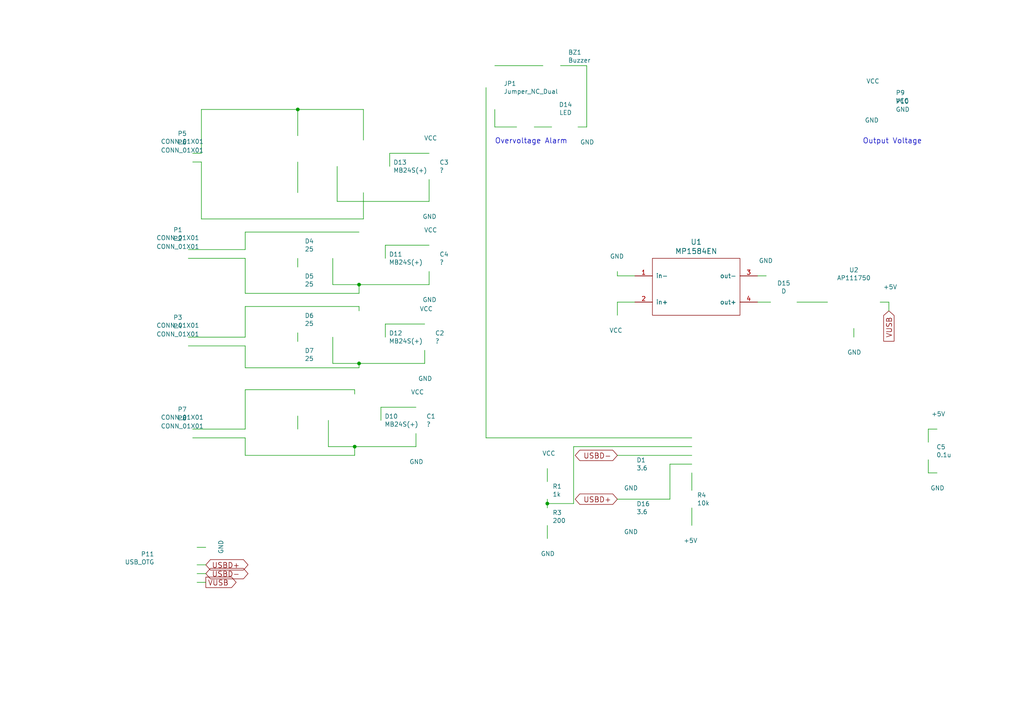
<source format=kicad_sch>
(kicad_sch (version 20230121) (generator eeschema)
  (paper "A4")
  (lib_symbols
    (symbol "mp1584en:MP1584EN" (pin_names (offset 1.016))
      (property "Reference" "U" (at 0 10.16 0))
      (property "Value" "MP1584EN" (at 0 -10.16 0))
      (symbol "MP1584EN_0_1"
        (rectangle (start -12.7 8.89) (end 12.7 -7.62))
      )
      (symbol "MP1584EN_1_1"
        (pin power_in line (at -17.78 3.81 0) (length 5.08) (name "in-") (number "1"))
        (pin power_in line (at -17.78 -3.81 0) (length 5.08) (name "in+") (number "2"))
        (pin power_out line (at 17.78 3.81 180) (length 5.08) (name "out-") (number "3"))
        (pin power_out line (at 17.78 -3.81 180) (length 5.08) (name "out+") (number "4"))
      )
    )
  )
  (junction (at 104.14 105.41))
  (junction (at 86.36 31.75))
  (junction (at 104.14 82.55))
  (junction (at 158.75 146.05))
  (junction (at 102.87 129.54))
  (wire (pts (xy 71.12 85.09) (xy 104.14 85.09)))
  (wire (pts (xy 179.07 132.08) (xy 200.66 132.08)))
  (wire (pts (xy 104.14 105.41) (xy 123.19 105.41)))
  (wire (pts (xy 71.12 72.39) (xy 71.12 67.31)))
  (wire (pts (xy 158.75 135.89) (xy 158.75 139.7)))
  (wire (pts (xy 71.12 88.9) (xy 104.14 88.9)))
  (wire (pts (xy 111.76 71.12) (xy 111.76 74.93)))
  (wire (pts (xy 54.61 74.93) (xy 71.12 74.93)))
  (wire (pts (xy 269.24 124.46) (xy 271.78 124.46)))
  (wire (pts (xy 271.78 137.16) (xy 269.24 137.16)))
  (wire (pts (xy 104.14 88.9) (xy 104.14 90.17)))
  (wire (pts (xy 57.15 158.75) (xy 59.69 158.75)))
  (wire (pts (xy 57.15 163.83) (xy 59.69 163.83)))
  (wire (pts (xy 86.36 77.47) (xy 86.36 74.93)))
  (wire (pts (xy 104.14 82.55) (xy 124.46 82.55)))
  (wire (pts (xy 95.25 121.92) (xy 95.25 129.54)))
  (wire (pts (xy 58.42 31.75) (xy 58.42 44.45)))
  (wire (pts (xy 143.51 19.05) (xy 157.48 19.05)))
  (wire (pts (xy 54.61 97.79) (xy 71.12 97.79)))
  (wire (pts (xy 96.52 97.79) (xy 96.52 105.41)))
  (wire (pts (xy 170.18 19.05) (xy 170.18 36.83)))
  (wire (pts (xy 111.76 97.79) (xy 111.76 93.98)))
  (wire (pts (xy 154.94 36.83) (xy 160.02 36.83)))
  (wire (pts (xy 102.87 129.54) (xy 120.65 129.54)))
  (wire (pts (xy 57.15 168.91) (xy 59.69 168.91)))
  (wire (pts (xy 58.42 31.75) (xy 86.36 31.75)))
  (wire (pts (xy 179.07 80.01) (xy 179.07 78.74)))
  (wire (pts (xy 247.65 95.25) (xy 247.65 97.79)))
  (wire (pts (xy 158.75 146.05) (xy 158.75 147.32)))
  (wire (pts (xy 269.24 137.16) (xy 269.24 133.35)))
  (wire (pts (xy 166.37 146.05) (xy 166.37 129.54)))
  (wire (pts (xy 71.12 113.03) (xy 102.87 113.03)))
  (wire (pts (xy 102.87 132.08) (xy 102.87 129.54)))
  (wire (pts (xy 105.41 31.75) (xy 105.41 40.64)))
  (wire (pts (xy 200.66 152.4) (xy 200.66 147.32)))
  (wire (pts (xy 71.12 106.68) (xy 104.14 106.68)))
  (wire (pts (xy 55.88 124.46) (xy 71.12 124.46)))
  (wire (pts (xy 113.03 44.45) (xy 124.46 44.45)))
  (wire (pts (xy 71.12 124.46) (xy 71.12 113.03)))
  (wire (pts (xy 104.14 85.09) (xy 104.14 82.55)))
  (wire (pts (xy 58.42 44.45) (xy 55.88 44.45)))
  (wire (pts (xy 97.79 58.42) (xy 124.46 58.42)))
  (wire (pts (xy 58.42 46.99) (xy 58.42 63.5)))
  (wire (pts (xy 143.51 36.83) (xy 149.86 36.83)))
  (wire (pts (xy 222.25 80.01) (xy 219.71 80.01)))
  (wire (pts (xy 158.75 152.4) (xy 158.75 156.21)))
  (wire (pts (xy 105.41 63.5) (xy 105.41 55.88)))
  (wire (pts (xy 55.88 127) (xy 71.12 127)))
  (wire (pts (xy 86.36 55.88) (xy 86.36 46.99)))
  (wire (pts (xy 219.71 87.63) (xy 223.52 87.63)))
  (wire (pts (xy 184.15 87.63) (xy 179.07 87.63)))
  (wire (pts (xy 110.49 118.11) (xy 120.65 118.11)))
  (wire (pts (xy 231.14 87.63) (xy 240.03 87.63)))
  (wire (pts (xy 86.36 99.06) (xy 86.36 96.52)))
  (wire (pts (xy 102.87 113.03) (xy 102.87 114.3)))
  (wire (pts (xy 110.49 121.92) (xy 110.49 118.11)))
  (wire (pts (xy 143.51 31.75) (xy 143.51 36.83)))
  (wire (pts (xy 269.24 128.27) (xy 269.24 124.46)))
  (wire (pts (xy 86.36 31.75) (xy 105.41 31.75)))
  (wire (pts (xy 179.07 80.01) (xy 184.15 80.01)))
  (wire (pts (xy 158.75 144.78) (xy 158.75 146.05)))
  (wire (pts (xy 71.12 100.33) (xy 71.12 106.68)))
  (wire (pts (xy 97.79 58.42) (xy 97.79 48.26)))
  (wire (pts (xy 111.76 71.12) (xy 124.46 71.12)))
  (wire (pts (xy 166.37 129.54) (xy 200.66 129.54)))
  (wire (pts (xy 255.27 87.63) (xy 257.81 87.63)))
  (wire (pts (xy 54.61 72.39) (xy 71.12 72.39)))
  (wire (pts (xy 95.25 129.54) (xy 102.87 129.54)))
  (wire (pts (xy 179.07 144.78) (xy 194.31 144.78)))
  (wire (pts (xy 104.14 106.68) (xy 104.14 105.41)))
  (wire (pts (xy 124.46 82.55) (xy 124.46 78.74)))
  (wire (pts (xy 96.52 105.41) (xy 104.14 105.41)))
  (wire (pts (xy 58.42 63.5) (xy 105.41 63.5)))
  (wire (pts (xy 71.12 97.79) (xy 71.12 88.9)))
  (wire (pts (xy 86.36 124.46) (xy 86.36 120.65)))
  (wire (pts (xy 140.97 25.4) (xy 140.97 127)))
  (wire (pts (xy 111.76 93.98) (xy 123.19 93.98)))
  (wire (pts (xy 124.46 58.42) (xy 124.46 52.07)))
  (wire (pts (xy 179.07 87.63) (xy 179.07 91.44)))
  (wire (pts (xy 162.56 19.05) (xy 170.18 19.05)))
  (wire (pts (xy 71.12 132.08) (xy 102.87 132.08)))
  (wire (pts (xy 120.65 129.54) (xy 120.65 125.73)))
  (wire (pts (xy 200.66 142.24) (xy 200.66 137.16)))
  (wire (pts (xy 167.64 36.83) (xy 170.18 36.83)))
  (wire (pts (xy 257.81 87.63) (xy 257.81 90.17)))
  (wire (pts (xy 113.03 48.26) (xy 113.03 44.45)))
  (wire (pts (xy 86.36 31.75) (xy 86.36 39.37)))
  (wire (pts (xy 54.61 100.33) (xy 71.12 100.33)))
  (wire (pts (xy 194.31 144.78) (xy 194.31 134.62)))
  (wire (pts (xy 123.19 105.41) (xy 123.19 101.6)))
  (wire (pts (xy 59.69 166.37) (xy 57.15 166.37)))
  (wire (pts (xy 140.97 127) (xy 200.66 127)))
  (wire (pts (xy 158.75 146.05) (xy 166.37 146.05)))
  (wire (pts (xy 71.12 74.93) (xy 71.12 85.09)))
  (wire (pts (xy 71.12 67.31) (xy 104.14 67.31)))
  (wire (pts (xy 96.52 74.93) (xy 96.52 82.55)))
  (wire (pts (xy 55.88 46.99) (xy 58.42 46.99)))
  (wire (pts (xy 194.31 134.62) (xy 200.66 134.62)))
  (wire (pts (xy 71.12 127) (xy 71.12 132.08)))
  (wire (pts (xy 96.52 82.55) (xy 104.14 82.55)))
  (text "Output Voltage" (at 250.19 41.91 0) (effects (font (size 1.524 1.524)) (justify left bottom)))
  (text "Overvoltage Alarm" (at 143.51 41.91 0) (effects (font (size 1.524 1.524)) (justify left bottom)))
  (global_label "USBD-" (shape bidirectional) (at 59.69 166.37 0) (effects (font (size 1.524 1.524))) (property "Intersheetrefs" "${INTERSHEET_REFS}" (effects hide)))
  (global_label "USBD-" (shape bidirectional) (at 179.07 132.08 180) (effects (font (size 1.524 1.524))) (property "Intersheetrefs" "${INTERSHEET_REFS}" (effects hide)))
  (global_label "VUSB" (shape output) (at 59.69 168.91 0) (effects (font (size 1.524 1.524))) (property "Intersheetrefs" "${INTERSHEET_REFS}" (effects hide)))
  (global_label "USBD+" (shape bidirectional) (at 179.07 144.78 180) (effects (font (size 1.524 1.524))) (property "Intersheetrefs" "${INTERSHEET_REFS}" (effects hide)))
  (global_label "USBD+" (shape bidirectional) (at 59.69 163.83 0) (effects (font (size 1.524 1.524))) (property "Intersheetrefs" "${INTERSHEET_REFS}" (effects hide)))
  (global_label "VUSB" (shape input) (at 257.81 90.17 270) (effects (font (size 1.524 1.524))) (property "Intersheetrefs" "${INTERSHEET_REFS}" (effects hide)))
  (symbol (lib_id "D_Zener") (at 86.36 59.69 90) (unit 1)
    (property "Reference" "D3" (at 88.3666 58.5216 90) (effects (justify right)))
    (property "Value" "25" (at 88.3666 60.833 90) (effects (justify right)))
    (property "Footprint" "qbmr:DO204AL_500" (effects hide))
  )
  (symbol (lib_id "D_Zener") (at 86.36 43.18 270) (unit 1)
    (property "Reference" "D2" (at 88.3666 42.0116 90) (effects (justify left)))
    (property "Value" "25" (at 88.3666 44.323 90) (effects (justify left)))
    (property "Footprint" "qbmr:DO204AL_500" (effects hide))
  )
  (symbol (lib_id "D_Bridge_+-AA") (at 105.41 48.26 0) (unit 1)
    (property "Reference" "D13" (at 114.0714 47.0916 0) (effects (justify left)))
    (property "Value" "MB24S(+)" (at 114.0714 49.403 0) (effects (justify left)))
    (property "Footprint" "cbrues/kicad-lib2/footprints/sm-ics.pretty:SM-TO-269AA" (effects hide))
  )
  (symbol (lib_id "CP") (at 124.46 48.26 0) (unit 1)
    (property "Reference" "C3" (at 127.4572 47.0916 0) (effects (justify left)))
    (property "Value" "?" (at 127.4572 49.403 0) (effects (justify left)))
    (property "Footprint" "cbrues/kicad-lib2/footprints/capacitors.pretty:SMD_PANASONIC_D" (effects hide))
  )
  (symbol (lib_id "D_Zener") (at 86.36 71.12 270) (unit 1)
    (property "Reference" "D4" (at 88.3666 69.9516 90) (effects (justify left)))
    (property "Value" "25" (at 88.3666 72.263 90) (effects (justify left)))
    (property "Footprint" "qbmr:DO204AL_500" (effects hide))
  )
  (symbol (lib_id "D_Zener") (at 86.36 81.28 90) (unit 1)
    (property "Reference" "D5" (at 88.3666 80.1116 90) (effects (justify right)))
    (property "Value" "25" (at 88.3666 82.423 90) (effects (justify right)))
    (property "Footprint" "qbmr:DO204AL_500" (effects hide))
  )
  (symbol (lib_id "D_Bridge_+-AA") (at 104.14 74.93 0) (unit 1)
    (property "Reference" "D11" (at 112.8014 73.7616 0) (effects (justify left)))
    (property "Value" "MB24S(+)" (at 112.8014 76.073 0) (effects (justify left)))
    (property "Footprint" "cbrues/kicad-lib2/footprints/sm-ics.pretty:SM-TO-269AA" (effects hide))
  )
  (symbol (lib_id "D_Bridge_+-AA") (at 104.14 97.79 0) (unit 1)
    (property "Reference" "D12" (at 112.8014 96.6216 0) (effects (justify left)))
    (property "Value" "MB24S(+)" (at 112.8014 98.933 0) (effects (justify left)))
    (property "Footprint" "cbrues/kicad-lib2/footprints/sm-ics.pretty:SM-TO-269AA" (effects hide))
  )
  (symbol (lib_id "CP") (at 124.46 74.93 0) (unit 1)
    (property "Reference" "C4" (at 127.4572 73.7616 0) (effects (justify left)))
    (property "Value" "?" (at 127.4572 76.073 0) (effects (justify left)))
    (property "Footprint" "cbrues/kicad-lib2/footprints/capacitors.pretty:SMD_PANASONIC_D" (effects hide))
  )
  (symbol (lib_id "D_Zener") (at 86.36 92.71 270) (unit 1)
    (property "Reference" "D6" (at 88.3666 91.5416 90) (effects (justify left)))
    (property "Value" "25" (at 88.3666 93.853 90) (effects (justify left)))
    (property "Footprint" "qbmr:DO204AL_500" (effects hide))
  )
  (symbol (lib_id "D_Zener") (at 86.36 102.87 90) (unit 1)
    (property "Reference" "D7" (at 88.3666 101.7016 90) (effects (justify right)))
    (property "Value" "25" (at 88.3666 104.013 90) (effects (justify right)))
    (property "Footprint" "qbmr:DO204AL_500" (effects hide))
  )
  (symbol (lib_id "CP") (at 123.19 97.79 0) (unit 1)
    (property "Reference" "C2" (at 126.1872 96.6216 0) (effects (justify left)))
    (property "Value" "?" (at 126.1872 98.933 0) (effects (justify left)))
    (property "Footprint" "cbrues/kicad-lib2/footprints/capacitors.pretty:SMD_PANASONIC_D" (effects hide))
  )
  (symbol (lib_id "D_Zener") (at 86.36 116.84 270) (unit 1)
    (property "Reference" "D8" (at 88.3666 115.6716 90) (effects (justify left)))
    (property "Value" "25" (at 88.3666 117.983 90) (effects (justify left)))
    (property "Footprint" "qbmr:DO204AL_500" (effects hide))
  )
  (symbol (lib_id "D_Zener") (at 86.36 128.27 90) (unit 1)
    (property "Reference" "D9" (at 88.3666 127.1016 90) (effects (justify right)))
    (property "Value" "25" (at 88.3666 129.413 90) (effects (justify right)))
    (property "Footprint" "qbmr:DO204AL_500" (effects hide))
  )
  (symbol (lib_id "D_Bridge_+-AA") (at 102.87 121.92 0) (unit 1)
    (property "Reference" "D10" (at 111.5314 120.7516 0) (effects (justify left)))
    (property "Value" "MB24S(+)" (at 111.5314 123.063 0) (effects (justify left)))
    (property "Footprint" "cbrues/kicad-lib2/footprints/sm-ics.pretty:SM-TO-269AA" (effects hide))
  )
  (symbol (lib_id "CP") (at 120.65 121.92 0) (unit 1)
    (property "Reference" "C1" (at 123.6472 120.7516 0) (effects (justify left)))
    (property "Value" "?" (at 123.6472 123.063 0) (effects (justify left)))
    (property "Footprint" "cbrues/kicad-lib2/footprints/capacitors.pretty:SMD_PANASONIC_D" (effects hide))
  )
  (symbol (lib_id "VCC") (at 124.46 44.45 0) (unit 1)
    (property "Reference" "#PWR01" (effects hide))
    (property "Value" "VCC" (at 124.8918 40.0558 0))
  )
  (symbol (lib_id "VCC") (at 124.46 71.12 0) (unit 1)
    (property "Reference" "#PWR02" (effects hide))
    (property "Value" "VCC" (at 124.8918 66.7258 0))
  )
  (symbol (lib_id "VCC") (at 123.19 93.98 0) (unit 1)
    (property "Reference" "#PWR03" (effects hide))
    (property "Value" "VCC" (at 123.6218 89.5858 0))
  )
  (symbol (lib_id "VCC") (at 120.65 118.11 0) (unit 1)
    (property "Reference" "#PWR04" (effects hide))
    (property "Value" "VCC" (at 121.0818 113.7158 0))
  )
  (symbol (lib_id "GND") (at 124.46 58.42 0) (unit 1)
    (property "Reference" "#PWR05" (effects hide))
    (property "Value" "GND" (at 124.587 62.8142 0))
  )
  (symbol (lib_id "GND") (at 124.46 82.55 0) (unit 1)
    (property "Reference" "#PWR06" (effects hide))
    (property "Value" "GND" (at 124.587 86.9442 0))
  )
  (symbol (lib_id "GND") (at 123.19 105.41 0) (unit 1)
    (property "Reference" "#PWR07" (effects hide))
    (property "Value" "GND" (at 123.317 109.8042 0))
  )
  (symbol (lib_id "GND") (at 120.65 129.54 0) (unit 1)
    (property "Reference" "#PWR08" (effects hide))
    (property "Value" "GND" (at 120.777 133.9342 0))
  )
  (symbol (lib_id "Buzzer") (at 160.02 16.51 90) (unit 1)
    (property "Reference" "BZ1" (at 164.7698 15.1892 90) (effects (justify right)))
    (property "Value" "Buzzer" (at 164.7698 17.5006 90) (effects (justify right)))
    (property "Footprint" "qbmr:12mm_buzzer" (effects hide))
  )
  (symbol (lib_id "VCC") (at 252.73 27.94 0) (unit 1)
    (property "Reference" "#PWR09" (effects hide))
    (property "Value" "VCC" (at 253.1618 23.5458 0))
  )
  (symbol (lib_id "GND") (at 252.73 30.48 0) (unit 1)
    (property "Reference" "#PWR010" (effects hide))
    (property "Value" "GND" (at 252.857 34.8742 0))
  )
  (symbol (lib_id "Jumper_NC_Dual") (at 143.51 25.4 270) (unit 1)
    (property "Reference" "JP1" (at 146.0754 24.2316 90) (effects (justify left)))
    (property "Value" "Jumper_NC_Dual" (at 146.0754 26.543 90) (effects (justify left)))
    (property "Footprint" "KiCad/Pin_Headers.pretty:Pin_Header_Straight_1x03_Pitch2.54mm" (effects hide))
  )
  (symbol (lib_id "LED") (at 163.83 36.83 180) (unit 1)
    (property "Reference" "D14" (at 164.0332 30.353 0))
    (property "Value" "LED" (at 164.0332 32.6644 0))
    (property "Footprint" "adamgreig/agg-kicad/agg.pretty:0805-LED" (effects hide))
  )
  (symbol (lib_id "R_Small") (at 152.4 36.83 270) (unit 1)
    (property "Reference" "R2" (at 152.4 31.8516 90))
    (property "Value" "500" (at 152.4 34.163 90))
    (property "Footprint" "apexelectrix/apex-smd-resistors.pretty:R_0805_HandSoldering" (effects hide))
  )
  (symbol (lib_id "GND") (at 170.18 36.83 0) (unit 1)
    (property "Reference" "#PWR011" (effects hide))
    (property "Value" "GND" (at 170.307 41.2242 0))
  )
  (symbol (lib_id "CONN_01X01") (at 50.8 44.45 180) (unit 1)
    (property "Reference" "P5" (at 52.8574 38.735 0))
    (property "Value" "CONN_01X01" (at 52.8574 41.0464 0))
    (property "Footprint" "qbmr:TAB" (effects hide))
  )
  (symbol (lib_id "CONN_01X01") (at 50.8 46.99 180) (unit 1)
    (property "Reference" "P6" (at 52.8574 41.275 0))
    (property "Value" "CONN_01X01" (at 52.8574 43.5864 0))
    (property "Footprint" "qbmr:TAB" (effects hide))
  )
  (symbol (lib_id "CONN_01X01") (at 49.53 72.39 180) (unit 1)
    (property "Reference" "P1" (at 51.5874 66.675 0))
    (property "Value" "CONN_01X01" (at 51.5874 68.9864 0))
    (property "Footprint" "qbmr:TAB" (effects hide))
  )
  (symbol (lib_id "CONN_01X01") (at 49.53 74.93 180) (unit 1)
    (property "Reference" "P2" (at 51.5874 69.215 0))
    (property "Value" "CONN_01X01" (at 51.5874 71.5264 0))
    (property "Footprint" "qbmr:TAB" (effects hide))
  )
  (symbol (lib_id "CONN_01X01") (at 49.53 97.79 180) (unit 1)
    (property "Reference" "P3" (at 51.5874 92.075 0))
    (property "Value" "CONN_01X01" (at 51.5874 94.3864 0))
    (property "Footprint" "qbmr:TAB" (effects hide))
  )
  (symbol (lib_id "CONN_01X01") (at 49.53 100.33 180) (unit 1)
    (property "Reference" "P4" (at 51.5874 94.615 0))
    (property "Value" "CONN_01X01" (at 51.5874 96.9264 0))
    (property "Footprint" "qbmr:TAB" (effects hide))
  )
  (symbol (lib_id "CONN_01X01") (at 50.8 124.46 180) (unit 1)
    (property "Reference" "P7" (at 52.8574 118.745 0))
    (property "Value" "CONN_01X01" (at 52.8574 121.0564 0))
    (property "Footprint" "qbmr:TAB" (effects hide))
  )
  (symbol (lib_id "CONN_01X01") (at 50.8 127 180) (unit 1)
    (property "Reference" "P8" (at 52.8574 121.285 0))
    (property "Value" "CONN_01X01" (at 52.8574 123.5964 0))
    (property "Footprint" "qbmr:TAB" (effects hide))
  )
  (symbol (lib_id "CONN_01X01") (at 257.81 27.94 0) (unit 1)
    (property "Reference" "P9" (at 259.7912 26.8986 0) (effects (justify left)))
    (property "Value" "VCC" (at 259.7912 29.21 0) (effects (justify left)))
    (property "Footprint" "qbmr:TAB" (effects hide))
  )
  (symbol (lib_id "CONN_01X01") (at 257.81 30.48 0) (unit 1)
    (property "Reference" "P10" (at 259.7658 29.4386 0) (effects (justify left)))
    (property "Value" "GND" (at 259.7658 31.75 0) (effects (justify left)))
    (property "Footprint" "qbmr:TAB" (effects hide))
  )
  (symbol (lib_id "ATTINY85-S") (at 234.95 130.81 0) (unit 1)
    (property "Reference" "IC1" (at 234.95 115.3922 0))
    (property "Value" "ATTINY85-S" (at 234.95 117.7036 0))
    (property "Footprint" "brunoeagle/kicad-open-modules:SOIC8" (at 234.95 120.015 0) (effects (font italic)))
  )
  (symbol (lib_id "VCC") (at 158.75 135.89 0) (unit 1)
    (property "Reference" "#PWR012" (effects hide))
    (property "Value" "VCC" (at 159.1818 131.4958 0))
  )
  (symbol (lib_id "GND") (at 158.75 156.21 0) (unit 1)
    (property "Reference" "#PWR013" (effects hide))
    (property "Value" "GND" (at 158.877 160.6042 0))
  )
  (symbol (lib_id "R_Small") (at 158.75 142.24 180) (unit 1)
    (property "Reference" "R1" (at 160.2486 141.0716 0) (effects (justify right)))
    (property "Value" "1k" (at 160.2486 143.383 0) (effects (justify right)))
    (property "Footprint" "apexelectrix/apex-smd-resistors.pretty:R_0805_HandSoldering" (effects hide))
  )
  (symbol (lib_id "R_Small") (at 158.75 149.86 180) (unit 1)
    (property "Reference" "R3" (at 160.2486 148.6916 0) (effects (justify right)))
    (property "Value" "200" (at 160.2486 151.003 0) (effects (justify right)))
    (property "Footprint" "apexelectrix/apex-smd-resistors.pretty:R_0805_HandSoldering" (effects hide))
  )
  (symbol (lib_id "mp1584en:MP1584EN") (at 201.93 83.82 0) (unit 1)
    (property "Reference" "U1" (at 201.93 70.1802 0) (effects (font (size 1.524 1.524))))
    (property "Value" "MP1584EN" (at 201.93 72.8726 0) (effects (font (size 1.524 1.524))))
    (property "Footprint" "qbmr:MP1584EN" (effects hide))
  )
  (symbol (lib_id "VCC") (at 179.07 91.44 180) (unit 1)
    (property "Reference" "#PWR014" (effects hide))
    (property "Value" "VCC" (at 178.6382 95.8342 0))
  )
  (symbol (lib_id "GND") (at 179.07 78.74 180) (unit 1)
    (property "Reference" "#PWR015" (effects hide))
    (property "Value" "GND" (at 178.943 74.3458 0))
  )
  (symbol (lib_id "GND") (at 222.25 80.01 180) (unit 1)
    (property "Reference" "#PWR016" (effects hide))
    (property "Value" "GND" (at 222.123 75.6158 0))
  )
  (symbol (lib_id "GND") (at 247.65 97.79 0) (unit 1)
    (property "Reference" "#PWR017" (effects hide))
    (property "Value" "GND" (at 247.777 102.1842 0))
  )
  (symbol (lib_id "C_Small") (at 269.24 130.81 0) (unit 1)
    (property "Reference" "C5" (at 271.5768 129.6416 0) (effects (justify left)))
    (property "Value" "0.1u" (at 271.5768 131.953 0) (effects (justify left)))
    (property "Footprint" "Capacitors_SMD:C_0805_HandSoldering" (effects hide))
  )
  (symbol (lib_id "AP111750") (at 247.65 87.63 0) (unit 1)
    (property "Reference" "U2" (at 247.65 78.3082 0))
    (property "Value" "AP111750" (at 247.65 80.6196 0))
    (property "Footprint" "TO_SOT_Packages_SMD:SOT-223" (effects hide))
  )
  (symbol (lib_id "GND") (at 271.78 137.16 0) (unit 1)
    (property "Reference" "#PWR018" (effects hide))
    (property "Value" "GND" (at 271.907 141.5542 0))
  )
  (symbol (lib_id "+5V") (at 257.81 87.63 0) (unit 1)
    (property "Reference" "#PWR020" (effects hide))
    (property "Value" "+5V" (at 258.191 83.2358 0))
  )
  (symbol (lib_id "+5V") (at 271.78 124.46 0) (unit 1)
    (property "Reference" "#PWR021" (effects hide))
    (property "Value" "+5V" (at 272.161 120.0658 0))
  )
  (symbol (lib_id "D_Zener_Small") (at 182.88 134.62 270) (unit 1)
    (property "Reference" "D1" (at 184.6072 133.4516 90) (effects (justify left)))
    (property "Value" "3.6" (at 184.6072 135.763 90) (effects (justify left)))
    (property "Footprint" "qbmr:DIODE-SOT-23-3" (effects hide))
  )
  (symbol (lib_id "D_Zener_Small") (at 182.88 147.32 270) (unit 1)
    (property "Reference" "D16" (at 184.6072 146.1516 90) (effects (justify left)))
    (property "Value" "3.6" (at 184.6072 148.463 90) (effects (justify left)))
    (property "Footprint" "qbmr:DIODE-SOT-23-3" (effects hide))
  )
  (symbol (lib_id "GND") (at 182.88 149.86 0) (unit 1)
    (property "Reference" "#PWR022" (effects hide))
    (property "Value" "GND" (at 183.007 154.2542 0))
  )
  (symbol (lib_id "GND") (at 182.88 137.16 0) (unit 1)
    (property "Reference" "#PWR023" (effects hide))
    (property "Value" "GND" (at 183.007 141.5542 0))
  )
  (symbol (lib_id "+5V") (at 200.66 152.4 180) (unit 1)
    (property "Reference" "#PWR024" (effects hide))
    (property "Value" "+5V" (at 200.279 156.7942 0))
  )
  (symbol (lib_id "R_Small") (at 200.66 144.78 180) (unit 1)
    (property "Reference" "R4" (at 202.1586 143.6116 0) (effects (justify right)))
    (property "Value" "10k" (at 202.1586 145.923 0) (effects (justify right)))
    (property "Footprint" "apexelectrix/apex-smd-resistors.pretty:R_0805_HandSoldering" (effects hide))
  )
  (symbol (lib_id "USB_OTG") (at 49.53 163.83 90) (unit 1)
    (property "Reference" "P11" (at 44.7548 160.7058 90) (effects (justify left)))
    (property "Value" "USB_OTG" (at 44.7548 163.0172 90) (effects (justify left)))
    (property "Footprint" "qbmr:MICRO-B_USB-INVERTED" (effects hide))
  )
  (symbol (lib_id "D") (at 227.33 87.63 180) (unit 1)
    (property "Reference" "D15" (at 227.33 82.1436 0))
    (property "Value" "D" (at 227.33 84.455 0))
    (property "Footprint" "qbmr:SOT323_diode" (effects hide))
  )
  (symbol (lib_id "GND") (at 59.69 158.75 90) (unit 1)
    (property "Reference" "#PWR019" (effects hide))
    (property "Value" "GND" (at 64.0842 158.623 0))
  )
)
</source>
